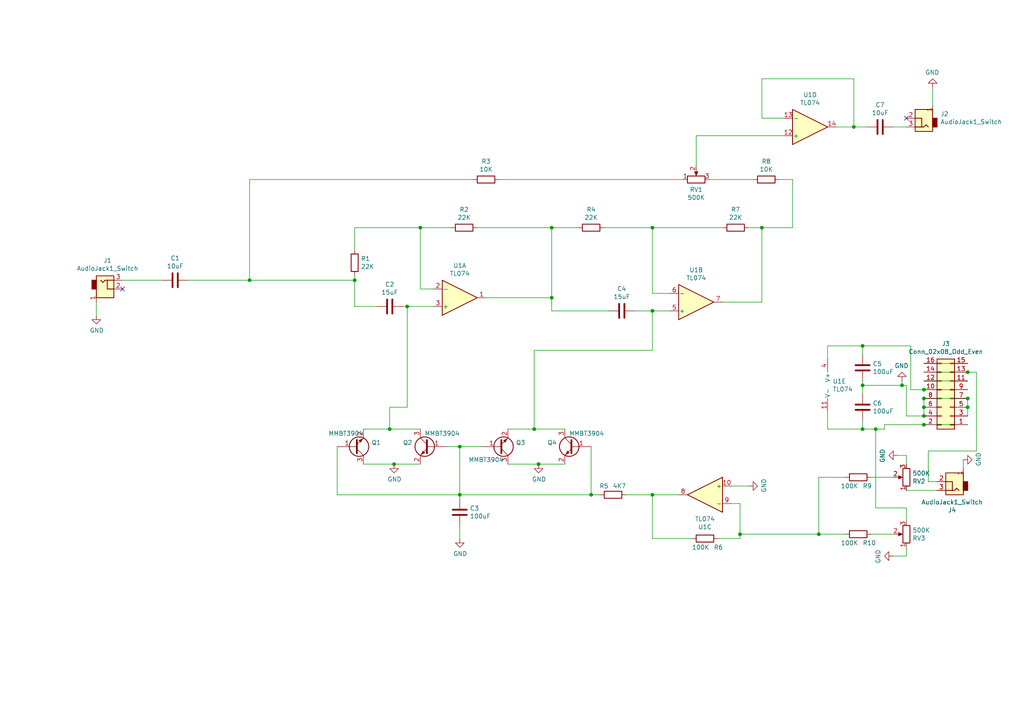
<source format=kicad_sch>
(kicad_sch (version 20250114) (generator "eeschema") (generator_version "9.0")
  (paper "A4")
  (lib_symbols
    (symbol "Amplifier_Operational:TL074" (pin_names (offset 0.127))
      (property "Reference" "U" (at 0 5.08 0))
      (property "Value" "TL074" (at 0 -5.08 0))
      (symbol "TL074_1_1"
        (polyline (pts (xy -5.08 5.08) (xy 5.08 0) (xy -5.08 -5.08) (xy -5.08 5.08)) (stroke (width 0.254)) (fill (type background)))
        (pin input line (at -7.62 2.54 0) (length 2.54) (name "+") (number "3"))
        (pin input line (at -7.62 -2.54 0) (length 2.54) (name "-") (number "2"))
        (pin output line (at 7.62 0 180) (length 2.54) (name "~") (number "1"))
      )
      (symbol "TL074_2_1"
        (polyline (pts (xy -5.08 5.08) (xy 5.08 0) (xy -5.08 -5.08) (xy -5.08 5.08)) (stroke (width 0.254)) (fill (type background)))
        (pin input line (at -7.62 2.54 0) (length 2.54) (name "+") (number "5"))
        (pin input line (at -7.62 -2.54 0) (length 2.54) (name "-") (number "6"))
        (pin output line (at 7.62 0 180) (length 2.54) (name "~") (number "7"))
      )
      (symbol "TL074_3_1"
        (polyline (pts (xy -5.08 5.08) (xy 5.08 0) (xy -5.08 -5.08) (xy -5.08 5.08)) (stroke (width 0.254)) (fill (type background)))
        (pin input line (at -7.62 2.54 0) (length 2.54) (name "+") (number "10"))
        (pin input line (at -7.62 -2.54 0) (length 2.54) (name "-") (number "9"))
        (pin output line (at 7.62 0 180) (length 2.54) (name "~") (number "8"))
      )
      (symbol "TL074_4_1"
        (polyline (pts (xy -5.08 5.08) (xy 5.08 0) (xy -5.08 -5.08) (xy -5.08 5.08)) (stroke (width 0.254)) (fill (type background)))
        (pin input line (at -7.62 2.54 0) (length 2.54) (name "+") (number "12"))
        (pin input line (at -7.62 -2.54 0) (length 2.54) (name "-") (number "13"))
        (pin output line (at 7.62 0 180) (length 2.54) (name "~") (number "14"))
      )
      (symbol "TL074_5_1"
        (pin power_in line (at -2.54 7.62 270) (length 3.81) (name "V+") (number "4"))
        (pin power_in line (at -2.54 -7.62 90) (length 3.81) (name "V-") (number "11"))
      )
    )
    (symbol "Connector_Generic:Conn_02x08_Odd_Even" (pin_names (offset 1.016) (hide yes))
      (property "Reference" "J" (at 1.27 10.16 0))
      (property "Value" "Conn_02x08_Odd_Even" (at 1.27 -12.7 0))
      (symbol "Conn_02x08_Odd_Even_1_1"
        (rectangle (start -1.27 8.89) (end 3.81 -11.43) (stroke (width 0.254)) (fill (type background)))
        (rectangle (start -1.27 7.747) (end 0 7.493) (stroke (width 0.1524)))
        (rectangle (start -1.27 5.207) (end 0 4.953) (stroke (width 0.1524)))
        (rectangle (start -1.27 2.667) (end 0 2.413) (stroke (width 0.1524)))
        (rectangle (start -1.27 0.127) (end 0 -0.127) (stroke (width 0.1524)))
        (rectangle (start -1.27 -2.413) (end 0 -2.667) (stroke (width 0.1524)))
        (rectangle (start -1.27 -4.953) (end 0 -5.207) (stroke (width 0.1524)))
        (rectangle (start -1.27 -7.493) (end 0 -7.747) (stroke (width 0.1524)))
        (rectangle (start -1.27 -10.033) (end 0 -10.287) (stroke (width 0.1524)))
        (rectangle (start 3.81 7.747) (end 2.54 7.493) (stroke (width 0.1524)))
        (rectangle (start 3.81 5.207) (end 2.54 4.953) (stroke (width 0.1524)))
        (rectangle (start 3.81 2.667) (end 2.54 2.413) (stroke (width 0.1524)))
        (rectangle (start 3.81 0.127) (end 2.54 -0.127) (stroke (width 0.1524)))
        (rectangle (start 3.81 -2.413) (end 2.54 -2.667) (stroke (width 0.1524)))
        (rectangle (start 3.81 -4.953) (end 2.54 -5.207) (stroke (width 0.1524)))
        (rectangle (start 3.81 -7.493) (end 2.54 -7.747) (stroke (width 0.1524)))
        (rectangle (start 3.81 -10.033) (end 2.54 -10.287) (stroke (width 0.1524)))
        (pin passive line (at -5.08 7.62 0) (length 3.81) (name "Pin_1") (number "1"))
        (pin passive line (at -5.08 5.08 0) (length 3.81) (name "Pin_3") (number "3"))
        (pin passive line (at -5.08 2.54 0) (length 3.81) (name "Pin_5") (number "5"))
        (pin passive line (at -5.08 0 0) (length 3.81) (name "Pin_7") (number "7"))
        (pin passive line (at -5.08 -2.54 0) (length 3.81) (name "Pin_9") (number "9"))
        (pin passive line (at -5.08 -5.08 0) (length 3.81) (name "Pin_11") (number "11"))
        (pin passive line (at -5.08 -7.62 0) (length 3.81) (name "Pin_13") (number "13"))
        (pin passive line (at -5.08 -10.16 0) (length 3.81) (name "Pin_15") (number "15"))
        (pin passive line (at 7.62 7.62 180) (length 3.81) (name "Pin_2") (number "2"))
        (pin passive line (at 7.62 5.08 180) (length 3.81) (name "Pin_4") (number "4"))
        (pin passive line (at 7.62 2.54 180) (length 3.81) (name "Pin_6") (number "6"))
        (pin passive line (at 7.62 0 180) (length 3.81) (name "Pin_8") (number "8"))
        (pin passive line (at 7.62 -2.54 180) (length 3.81) (name "Pin_10") (number "10"))
        (pin passive line (at 7.62 -5.08 180) (length 3.81) (name "Pin_12") (number "12"))
        (pin passive line (at 7.62 -7.62 180) (length 3.81) (name "Pin_14") (number "14"))
        (pin passive line (at 7.62 -10.16 180) (length 3.81) (name "Pin_16") (number "16"))
      )
    )
    (symbol "Custom_Lib:AudioJack1_Switch"
      (property "Reference" "J" (at 0 8.89 0))
      (property "Value" "Custom_Lib_AudioJack1_Switch" (at 0 6.35 0))
      (symbol "AudioJack1_Switch_0_1"
        (rectangle (start -2.54 0) (end -3.81 2.54) (stroke (width 0.254)) (fill (type outline)))
        (polyline (pts (xy -1.27 2.54) (xy -0.635 1.905) (xy 0 2.54) (xy 2.54 2.54)) (stroke (width 0.254)))
        (polyline (pts (xy 0.635 2.54) (xy 0.635 0) (xy 2.54 0)) (stroke (width 0.254)))
        (rectangle (start 2.54 3.81) (end -2.54 -2.54) (stroke (width 0.254)) (fill (type background)))
      )
      (symbol "AudioJack1_Switch_1_1"
        (pin passive line (at -2.54 -3.81 90) (length 2.54) (name "~") (number "1"))
        (pin passive line (at 5.08 2.54 180) (length 2.54) (name "~") (number "3"))
        (pin passive line (at 5.08 0 180) (length 2.54) (name "~") (number "2"))
      )
    )
    (symbol "Device:C" (pin_numbers (hide yes)) (pin_names (offset 0.254))
      (property "Reference" "C" (at 0.635 2.54 0))
      (property "Value" "C" (at 0.635 -2.54 0))
      (symbol "C_0_1"
        (polyline (pts (xy -2.032 0.762) (xy 2.032 0.762)) (stroke (width 0.508)))
        (polyline (pts (xy -2.032 -0.762) (xy 2.032 -0.762)) (stroke (width 0.508)))
      )
      (symbol "C_1_1"
        (pin passive line (at 0 3.81 270) (length 2.794) (name "~") (number "1"))
        (pin passive line (at 0 -3.81 90) (length 2.794) (name "~") (number "2"))
      )
    )
    (symbol "Device:R" (pin_numbers (hide yes)) (pin_names (offset 0))
      (property "Reference" "R" (at 2.032 0 90))
      (property "Value" "R" (at 0 0 90))
      (symbol "R_0_1"
        (rectangle (start -1.016 -2.54) (end 1.016 2.54) (stroke (width 0.254)))
      )
      (symbol "R_1_1"
        (pin passive line (at 0 3.81 270) (length 1.27) (name "~") (number "1"))
        (pin passive line (at 0 -3.81 90) (length 1.27) (name "~") (number "2"))
      )
    )
    (symbol "Device:R_POT" (pin_names (offset 1.016) (hide yes))
      (property "Reference" "RV" (at -4.445 0 90))
      (property "Value" "Device_R_POT" (at -2.54 0 90))
      (symbol "R_POT_0_1"
        (rectangle (start 1.016 2.54) (end -1.016 -2.54) (stroke (width 0.254)))
        (polyline (pts (xy 1.143 0) (xy 2.286 0.508) (xy 2.286 -0.508) (xy 1.143 0)) (fill (type outline)))
        (polyline (pts (xy 2.54 0) (xy 1.524 0)))
      )
      (symbol "R_POT_1_1"
        (pin passive line (at 0 3.81 270) (length 1.27) (name "1") (number "1"))
        (pin passive line (at 0 -3.81 90) (length 1.27) (name "3") (number "3"))
        (pin passive line (at 3.81 0 180) (length 1.27) (name "2") (number "2"))
      )
    )
    (symbol "Transistor_BJT:MMBT3904" (pin_names (offset 0) (hide yes))
      (property "Reference" "Q" (at 5.08 1.905 0))
      (property "Value" "MMBT3904" (at 5.08 0 0))
      (symbol "MMBT3904_0_1"
        (polyline (pts (xy 0.635 1.905) (xy 0.635 -1.905) (xy 0.635 -1.905)) (stroke (width 0.508)))
        (polyline (pts (xy 0.635 0.635) (xy 2.54 2.54)))
        (polyline (pts (xy 0.635 -0.635) (xy 2.54 -2.54) (xy 2.54 -2.54)))
        (circle (center 1.27 0) (radius 2.8194) (stroke (width 0.254)))
        (polyline (pts (xy 1.27 -1.778) (xy 1.778 -1.27) (xy 2.286 -2.286) (xy 1.27 -1.778) (xy 1.27 -1.778)) (fill (type outline)))
      )
      (symbol "MMBT3904_1_1"
        (pin input line (at -5.08 0 0) (length 5.715) (name "B") (number "1"))
        (pin passive line (at 2.54 5.08 270) (length 2.54) (name "C") (number "3"))
        (pin passive line (at 2.54 -5.08 90) (length 2.54) (name "E") (number "2"))
      )
    )
    (symbol "power:GND" (power) (pin_names (offset 0))
      (property "Value" "GND" (at 0 -3.81 0))
      (symbol "GND_0_1"
        (polyline (pts (xy 0 0) (xy 0 -1.27) (xy 1.27 -1.27) (xy 0 -2.54) (xy -1.27 -1.27) (xy 0 -1.27)))
      )
      (symbol "GND_1_1"
        (pin power_in line (at 0 0 270) (length 0) (hide yes) (name "GND") (number "1"))
      )
    )
  )
  (junction (at 250.19 124.46))
  (junction (at 237.49 154.94))
  (junction (at 189.23 66.04))
  (junction (at 250.19 100.33))
  (junction (at 247.65 36.83))
  (junction (at 250.19 111.76))
  (junction (at 214.63 154.94))
  (junction (at 280.67 118.11))
  (junction (at 267.97 118.11))
  (junction (at 72.39 81.28))
  (junction (at 114.3 134.62))
  (junction (at 133.35 143.51))
  (junction (at 280.67 107.95))
  (junction (at 160.02 86.36))
  (junction (at 133.35 129.54))
  (junction (at 154.94 124.46))
  (junction (at 267.97 113.03))
  (junction (at 102.87 81.28))
  (junction (at 267.97 120.65))
  (junction (at 254 124.46))
  (junction (at 189.23 90.17))
  (junction (at 118.11 88.9))
  (junction (at 267.97 123.19))
  (junction (at 189.23 143.51))
  (junction (at 156.21 134.62))
  (junction (at 267.97 115.57))
  (junction (at 160.02 66.04))
  (junction (at 171.45 143.51))
  (junction (at 220.98 66.04))
  (junction (at 280.67 115.57))
  (junction (at 121.92 66.04))
  (junction (at 113.03 124.46))
  (junction (at 261.62 111.76))
  (no_connect (at 35.56 83.82))
  (no_connect (at 262.89 34.29))
  (wire (pts (xy 262.89 132.08) (xy 260.35 132.08)))
  (wire (pts (xy 140.97 86.36) (xy 160.02 86.36)))
  (wire (pts (xy 200.66 156.21) (xy 189.23 156.21)))
  (wire (pts (xy 214.63 154.94) (xy 214.63 156.21)))
  (wire (pts (xy 72.39 81.28) (xy 102.87 81.28)))
  (wire (pts (xy 256.54 123.19) (xy 256.54 124.46)))
  (wire (pts (xy 267.97 120.65) (xy 262.89 120.65)))
  (wire (pts (xy 121.92 66.04) (xy 121.92 83.82)))
  (wire (pts (xy 267.97 118.11) (xy 267.97 115.57)))
  (wire (pts (xy 280.67 115.57) (xy 280.67 118.11)))
  (wire (pts (xy 250.19 111.76) (xy 250.19 114.3)))
  (wire (pts (xy 280.67 113.03) (xy 267.97 113.03)))
  (wire (pts (xy 267.97 113.03) (xy 264.16 113.03)))
  (wire (pts (xy 262.89 147.32) (xy 254 147.32)))
  (wire (pts (xy 218.44 52.07) (xy 205.74 52.07)))
  (wire (pts (xy 105.41 124.46) (xy 113.03 124.46)))
  (wire (pts (xy 201.93 39.37) (xy 227.33 39.37)))
  (wire (pts (xy 280.67 118.11) (xy 280.67 120.65)))
  (wire (pts (xy 220.98 66.04) (xy 217.17 66.04)))
  (wire (pts (xy 27.94 87.63) (xy 27.94 91.44)))
  (wire (pts (xy 269.24 139.7) (xy 271.78 139.7)))
  (wire (pts (xy 240.03 104.14) (xy 240.03 100.33)))
  (wire (pts (xy 113.03 118.11) (xy 113.03 124.46)))
  (wire (pts (xy 133.35 143.51) (xy 133.35 129.54)))
  (wire (pts (xy 237.49 138.43) (xy 237.49 154.94)))
  (wire (pts (xy 102.87 81.28) (xy 102.87 88.9)))
  (wire (pts (xy 280.67 115.57) (xy 267.97 115.57)))
  (wire (pts (xy 229.87 66.04) (xy 220.98 66.04)))
  (wire (pts (xy 250.19 111.76) (xy 261.62 111.76)))
  (wire (pts (xy 160.02 90.17) (xy 176.53 90.17)))
  (wire (pts (xy 154.94 101.6) (xy 189.23 101.6)))
  (wire (pts (xy 133.35 143.51) (xy 133.35 144.78)))
  (wire (pts (xy 250.19 100.33) (xy 264.16 100.33)))
  (wire (pts (xy 189.23 143.51) (xy 181.61 143.51)))
  (wire (pts (xy 251.46 36.83) (xy 247.65 36.83)))
  (wire (pts (xy 189.23 66.04) (xy 209.55 66.04)))
  (wire (pts (xy 280.67 123.19) (xy 267.97 123.19)))
  (wire (pts (xy 102.87 72.39) (xy 102.87 66.04)))
  (wire (pts (xy 245.11 138.43) (xy 237.49 138.43)))
  (wire (pts (xy 283.21 107.95) (xy 283.21 130.81)))
  (wire (pts (xy 240.03 124.46) (xy 250.19 124.46)))
  (wire (pts (xy 113.03 124.46) (xy 121.92 124.46)))
  (wire (pts (xy 220.98 87.63) (xy 220.98 66.04)))
  (wire (pts (xy 184.15 90.17) (xy 189.23 90.17)))
  (wire (pts (xy 147.32 134.62) (xy 156.21 134.62)))
  (wire (pts (xy 171.45 143.51) (xy 133.35 143.51)))
  (wire (pts (xy 240.03 119.38) (xy 240.03 124.46)))
  (wire (pts (xy 280.67 107.95) (xy 283.21 107.95)))
  (wire (pts (xy 262.89 158.75) (xy 262.89 161.29)))
  (wire (pts (xy 250.19 124.46) (xy 250.19 121.92)))
  (wire (pts (xy 267.97 105.41) (xy 280.67 105.41)))
  (wire (pts (xy 259.08 36.83) (xy 262.89 36.83)))
  (wire (pts (xy 114.3 134.62) (xy 121.92 134.62)))
  (wire (pts (xy 156.21 134.62) (xy 163.83 134.62)))
  (wire (pts (xy 154.94 124.46) (xy 163.83 124.46)))
  (wire (pts (xy 250.19 100.33) (xy 250.19 102.87)))
  (wire (pts (xy 254 124.46) (xy 250.19 124.46)))
  (wire (pts (xy 118.11 118.11) (xy 113.03 118.11)))
  (wire (pts (xy 138.43 66.04) (xy 160.02 66.04)))
  (wire (pts (xy 121.92 83.82) (xy 125.73 83.82)))
  (wire (pts (xy 256.54 124.46) (xy 254 124.46)))
  (wire (pts (xy 189.23 101.6) (xy 189.23 90.17)))
  (wire (pts (xy 212.09 146.05) (xy 214.63 146.05)))
  (wire (pts (xy 209.55 87.63) (xy 220.98 87.63)))
  (wire (pts (xy 267.97 120.65) (xy 267.97 118.11)))
  (wire (pts (xy 267.97 123.19) (xy 256.54 123.19)))
  (wire (pts (xy 261.62 111.76) (xy 262.89 111.76)))
  (wire (pts (xy 212.09 140.97) (xy 217.17 140.97)))
  (wire (pts (xy 262.89 161.29) (xy 259.08 161.29)))
  (wire (pts (xy 173.99 143.51) (xy 171.45 143.51)))
  (wire (pts (xy 133.35 129.54) (xy 139.7 129.54)))
  (wire (pts (xy 264.16 113.03) (xy 264.16 100.33)))
  (wire (pts (xy 196.85 143.51) (xy 189.23 143.51)))
  (wire (pts (xy 280.67 110.49) (xy 267.97 110.49)))
  (wire (pts (xy 147.32 124.46) (xy 154.94 124.46)))
  (wire (pts (xy 105.41 134.62) (xy 114.3 134.62)))
  (wire (pts (xy 262.89 120.65) (xy 262.89 111.76)))
  (wire (pts (xy 171.45 129.54) (xy 171.45 143.51)))
  (wire (pts (xy 121.92 66.04) (xy 130.81 66.04)))
  (wire (pts (xy 247.65 36.83) (xy 242.57 36.83)))
  (wire (pts (xy 259.08 138.43) (xy 252.73 138.43)))
  (wire (pts (xy 259.08 154.94) (xy 252.73 154.94)))
  (wire (pts (xy 189.23 156.21) (xy 189.23 143.51)))
  (wire (pts (xy 97.79 129.54) (xy 97.79 143.51)))
  (wire (pts (xy 137.16 52.07) (xy 72.39 52.07)))
  (wire (pts (xy 267.97 107.95) (xy 280.67 107.95)))
  (wire (pts (xy 118.11 88.9) (xy 118.11 118.11)))
  (wire (pts (xy 214.63 146.05) (xy 214.63 154.94)))
  (wire (pts (xy 160.02 86.36) (xy 160.02 66.04)))
  (wire (pts (xy 154.94 101.6) (xy 154.94 124.46)))
  (wire (pts (xy 247.65 22.86) (xy 247.65 36.83)))
  (wire (pts (xy 198.12 52.07) (xy 144.78 52.07)))
  (wire (pts (xy 116.84 88.9) (xy 118.11 88.9)))
  (wire (pts (xy 270.51 30.48) (xy 270.51 25.4)))
  (wire (pts (xy 250.19 110.49) (xy 250.19 111.76)))
  (wire (pts (xy 279.4 135.89) (xy 279.4 133.35)))
  (wire (pts (xy 269.24 130.81) (xy 269.24 139.7)))
  (wire (pts (xy 102.87 88.9) (xy 109.22 88.9)))
  (wire (pts (xy 283.21 130.81) (xy 269.24 130.81)))
  (wire (pts (xy 175.26 66.04) (xy 189.23 66.04)))
  (wire (pts (xy 237.49 154.94) (xy 214.63 154.94)))
  (wire (pts (xy 194.31 85.09) (xy 189.23 85.09)))
  (wire (pts (xy 220.98 22.86) (xy 247.65 22.86)))
  (wire (pts (xy 226.06 52.07) (xy 229.87 52.07)))
  (wire (pts (xy 102.87 66.04) (xy 121.92 66.04)))
  (wire (pts (xy 245.11 154.94) (xy 237.49 154.94)))
  (wire (pts (xy 97.79 143.51) (xy 133.35 143.51)))
  (wire (pts (xy 201.93 48.26) (xy 201.93 39.37)))
  (wire (pts (xy 118.11 88.9) (xy 125.73 88.9)))
  (wire (pts (xy 262.89 134.62) (xy 262.89 132.08)))
  (wire (pts (xy 160.02 86.36) (xy 160.02 90.17)))
  (wire (pts (xy 261.62 110.49) (xy 261.62 111.76)))
  (wire (pts (xy 240.03 100.33) (xy 250.19 100.33)))
  (wire (pts (xy 160.02 66.04) (xy 167.64 66.04)))
  (wire (pts (xy 72.39 52.07) (xy 72.39 81.28)))
  (wire (pts (xy 129.54 129.54) (xy 133.35 129.54)))
  (wire (pts (xy 227.33 34.29) (xy 220.98 34.29)))
  (wire (pts (xy 229.87 52.07) (xy 229.87 66.04)))
  (wire (pts (xy 133.35 152.4) (xy 133.35 156.21)))
  (wire (pts (xy 54.61 81.28) (xy 72.39 81.28)))
  (wire (pts (xy 214.63 156.21) (xy 208.28 156.21)))
  (wire (pts (xy 35.56 81.28) (xy 46.99 81.28)))
  (wire (pts (xy 271.78 142.24) (xy 262.89 142.24)))
  (wire (pts (xy 189.23 85.09) (xy 189.23 66.04)))
  (wire (pts (xy 254 147.32) (xy 254 124.46)))
  (wire (pts (xy 189.23 90.17) (xy 194.31 90.17)))
  (wire (pts (xy 262.89 151.13) (xy 262.89 147.32)))
  (wire (pts (xy 102.87 81.28) (xy 102.87 80.01)))
  (wire (pts (xy 220.98 34.29) (xy 220.98 22.86)))
  (symbol (lib_id "Amplifier_Operational:TL074") (at 133.35 86.36 0) (mirror x) (unit 1)
    (property "Reference" "U1" (at 133.35 77.0382 0))
    (property "Value" "TL074" (at 133.35 79.3496 0))
    (property "Footprint" "SMD_Packages:SOIC-14_N" (effects (hide yes)))
    (property "Datasheet" "http://www.ti.com/lit/ds/symlink/tl071.pdf" (effects (hide yes)))
  )
  (symbol (lib_id "Amplifier_Operational:TL074") (at 201.93 87.63 0) (mirror x) (unit 2)
    (property "Reference" "U1" (at 201.93 78.3082 0))
    (property "Value" "TL074" (at 201.93 80.6196 0))
    (property "Footprint" "SMD_Packages:SOIC-14_N" (effects (hide yes)))
    (property "Datasheet" "http://www.ti.com/lit/ds/symlink/tl071.pdf" (effects (hide yes)))
  )
  (symbol (lib_id "Amplifier_Operational:TL074") (at 204.47 143.51 0) (mirror y) (unit 3)
    (property "Reference" "U1" (at 204.47 152.8318 0))
    (property "Value" "TL074" (at 204.47 150.5204 0))
    (property "Footprint" "SMD_Packages:SOIC-14_N" (effects (hide yes)))
    (property "Datasheet" "http://www.ti.com/lit/ds/symlink/tl071.pdf" (effects (hide yes)))
  )
  (symbol (lib_id "Amplifier_Operational:TL074") (at 234.95 36.83 0) (mirror x) (unit 4)
    (property "Reference" "U1" (at 234.95 27.5082 0))
    (property "Value" "TL074" (at 234.95 29.8196 0))
    (property "Footprint" "SMD_Packages:SOIC-14_N" (effects (hide yes)))
    (property "Datasheet" "http://www.ti.com/lit/ds/symlink/tl071.pdf" (effects (hide yes)))
  )
  (symbol (lib_id "Amplifier_Operational:TL074") (at 242.57 111.76 0) (unit 5)
    (property "Reference" "U1" (at 241.5032 110.5916 0) (effects (justify left)))
    (property "Value" "TL074" (at 241.5032 112.903 0) (effects (justify left)))
    (property "Footprint" "SMD_Packages:SOIC-14_N" (effects (hide yes)))
    (property "Datasheet" "http://www.ti.com/lit/ds/symlink/tl071.pdf" (effects (hide yes)))
  )
  (symbol (lib_id "Device:R_POT") (at 262.89 154.94 180) (unit 1)
    (property "Reference" "RV3" (at 264.6426 156.1084 0) (effects (justify right)))
    (property "Value" "500K" (at 264.6426 153.797 0) (effects (justify right)))
    (property "Footprint" "Potentiometers:Potentiometer_Bourns_PTV09A-2_Vertical" (effects (hide yes)))
  )
  (symbol (lib_id "Device:R_POT") (at 262.89 138.43 180) (unit 1)
    (property "Reference" "RV2" (at 264.6426 139.5984 0) (effects (justify right)))
    (property "Value" "500K" (at 264.6426 137.287 0) (effects (justify right)))
    (property "Footprint" "Potentiometers:Potentiometer_Bourns_PTV09A-2_Vertical" (effects (hide yes)))
  )
  (symbol (lib_id "Device:R_POT") (at 201.93 52.07 90) (unit 1)
    (property "Reference" "RV1" (at 201.93 54.991 90))
    (property "Value" "500K" (at 201.93 57.3024 90))
    (property "Footprint" "Potentiometers:Potentiometer_Bourns_PTV09A-2_Vertical" (effects (hide yes)))
  )
  (symbol (lib_id "Device:R") (at 134.62 66.04 270) (unit 1)
    (property "Reference" "R2" (at 134.62 60.7822 90))
    (property "Value" "22K" (at 134.62 63.0936 90))
    (property "Footprint" "Resistors_SMD:R_1210_HandSoldering" (effects (hide yes)))
  )
  (symbol (lib_id "Device:R") (at 171.45 66.04 270) (unit 1)
    (property "Reference" "R4" (at 171.45 60.7822 90))
    (property "Value" "22K" (at 171.45 63.0936 90))
    (property "Footprint" "Resistors_SMD:R_1210_HandSoldering" (effects (hide yes)))
  )
  (symbol (lib_id "Device:R") (at 177.8 143.51 90) (unit 1)
    (property "Reference" "R5" (at 176.53 140.97 90) (effects (justify left)))
    (property "Value" "4K7" (at 181.61 140.97 90) (effects (justify left)))
    (property "Footprint" "Resistors_SMD:R_1210_HandSoldering" (effects (hide yes)))
  )
  (symbol (lib_id "Device:R") (at 248.92 154.94 270) (unit 1)
    (property "Reference" "R10" (at 250.19 157.48 90) (effects (justify left)))
    (property "Value" "100K" (at 243.84 157.48 90) (effects (justify left)))
    (property "Footprint" "Resistors_SMD:R_1210_HandSoldering" (effects (hide yes)))
  )
  (symbol (lib_id "Device:R") (at 248.92 138.43 270) (unit 1)
    (property "Reference" "R9" (at 250.19 140.97 90) (effects (justify left)))
    (property "Value" "100K" (at 243.84 140.97 90) (effects (justify left)))
    (property "Footprint" "Resistors_SMD:R_1210_HandSoldering" (effects (hide yes)))
  )
  (symbol (lib_id "Device:R") (at 204.47 156.21 270) (unit 1)
    (property "Reference" "R6" (at 207.01 158.75 90) (effects (justify left)))
    (property "Value" "100K" (at 200.66 158.75 90) (effects (justify left)))
    (property "Footprint" "Resistors_SMD:R_1210_HandSoldering" (effects (hide yes)))
  )
  (symbol (lib_id "Device:R") (at 102.87 76.2 0) (unit 1)
    (property "Reference" "R1" (at 104.648 75.0316 0) (effects (justify left)))
    (property "Value" "22K" (at 104.648 77.343 0) (effects (justify left)))
    (property "Footprint" "Resistors_SMD:R_1210_HandSoldering" (effects (hide yes)))
  )
  (symbol (lib_id "Device:R") (at 213.36 66.04 270) (unit 1)
    (property "Reference" "R7" (at 213.36 60.7822 90))
    (property "Value" "22K" (at 213.36 63.0936 90))
    (property "Footprint" "Resistors_SMD:R_1210_HandSoldering" (effects (hide yes)))
  )
  (symbol (lib_id "Device:R") (at 140.97 52.07 270) (unit 1)
    (property "Reference" "R3" (at 140.97 46.8122 90))
    (property "Value" "10K" (at 140.97 49.1236 90))
    (property "Footprint" "Resistors_SMD:R_1210_HandSoldering" (effects (hide yes)))
  )
  (symbol (lib_id "Device:R") (at 222.25 52.07 270) (unit 1)
    (property "Reference" "R8" (at 222.25 46.8122 90))
    (property "Value" "10K" (at 222.25 49.1236 90))
    (property "Footprint" "Resistors_SMD:R_1210_HandSoldering" (effects (hide yes)))
  )
  (symbol (lib_id "Device:C") (at 50.8 81.28 270) (unit 1)
    (property "Reference" "C1" (at 50.8 74.8792 90))
    (property "Value" "10uF" (at 50.8 77.1906 90))
    (property "Footprint" "Capacitors_SMD:C_1210_HandSoldering" (effects (hide yes)))
  )
  (symbol (lib_id "Device:C") (at 180.34 90.17 270) (unit 1)
    (property "Reference" "C4" (at 180.34 83.7692 90))
    (property "Value" "15uF" (at 180.34 86.0806 90))
    (property "Footprint" "Capacitors_SMD:C_1210_HandSoldering" (effects (hide yes)))
  )
  (symbol (lib_id "Device:C") (at 113.03 88.9 270) (unit 1)
    (property "Reference" "C2" (at 113.03 82.4992 90))
    (property "Value" "15uF" (at 113.03 84.8106 90))
    (property "Footprint" "Capacitors_SMD:C_1210_HandSoldering" (effects (hide yes)))
  )
  (symbol (lib_id "Device:C") (at 133.35 148.59 0) (unit 1)
    (property "Reference" "C3" (at 136.271 147.4216 0) (effects (justify left)))
    (property "Value" "100uF" (at 136.271 149.733 0) (effects (justify left)))
    (property "Footprint" "Capacitors_SMD:C_1210_HandSoldering" (effects (hide yes)))
  )
  (symbol (lib_id "Device:C") (at 255.27 36.83 270) (unit 1)
    (property "Reference" "C7" (at 255.27 30.4292 90))
    (property "Value" "10uF" (at 255.27 32.7406 90))
    (property "Footprint" "Capacitors_SMD:C_1210_HandSoldering" (effects (hide yes)))
  )
  (symbol (lib_id "Custom_Lib:AudioJack1_Switch") (at 30.48 83.82 0) (unit 1)
    (property "Reference" "J1" (at 31.1912 75.565 0))
    (property "Value" "AudioJack1_Switch" (at 31.1912 77.8764 0))
    (property "Footprint" "Custom_Library:Mono_Jack_3.5mm_Switch_Switchcraft_35RAPC2AH3" (effects (hide yes)))
  )
  (symbol (lib_id "Custom_Lib:AudioJack1_Switch") (at 276.86 139.7 180) (unit 1)
    (property "Reference" "J4" (at 276.1488 147.955 0))
    (property "Value" "AudioJack1_Switch" (at 276.1488 145.6436 0))
    (property "Footprint" "Custom_Library:Mono_Jack_3.5mm_Switch_Switchcraft_35RAPC2AH3" (effects (hide yes)))
  )
  (symbol (lib_id "Custom_Lib:AudioJack1_Switch") (at 267.97 34.29 180) (unit 1)
    (property "Reference" "J2" (at 272.7452 33.0454 0) (effects (justify right)))
    (property "Value" "AudioJack1_Switch" (at 272.7452 35.3568 0) (effects (justify right)))
    (property "Footprint" "Custom_Library:Mono_Jack_3.5mm_Switch_Switchcraft_35RAPC2AH3" (effects (hide yes)))
  )
  (symbol (lib_id "Transistor_BJT:MMBT3904") (at 102.87 129.54 0) (mirror x) (unit 1)
    (property "Reference" "Q1" (at 107.7214 128.3716 0) (effects (justify left)))
    (property "Value" "MMBT3904" (at 95.25 125.73 0) (effects (justify left)))
    (property "Footprint" "TO_SOT_Packages_SMD:SOT-23" (effects (hide yes)))
    (property "Datasheet" "https://www.fairchildsemi.com/datasheets/2N/2N3904.pdf" (effects (hide yes)))
  )
  (symbol (lib_id "Transistor_BJT:MMBT3904") (at 124.46 129.54 0) (mirror y) (unit 1)
    (property "Reference" "Q2" (at 119.6086 128.3716 0) (effects (justify left)))
    (property "Value" "MMBT3904" (at 133.35 125.73 0) (effects (justify left)))
    (property "Footprint" "TO_SOT_Packages_SMD:SOT-23" (effects (hide yes)))
    (property "Datasheet" "https://www.fairchildsemi.com/datasheets/2N/2N3904.pdf" (effects (hide yes)))
  )
  (symbol (lib_id "Transistor_BJT:MMBT3904") (at 144.78 129.54 0) (mirror x) (unit 1)
    (property "Reference" "Q3" (at 149.6314 128.3716 0) (effects (justify left)))
    (property "Value" "MMBT3904" (at 135.89 133.35 0) (effects (justify left)))
    (property "Footprint" "TO_SOT_Packages_SMD:SOT-23" (effects (hide yes)))
    (property "Datasheet" "https://www.fairchildsemi.com/datasheets/2N/2N3904.pdf" (effects (hide yes)))
  )
  (symbol (lib_id "Transistor_BJT:MMBT3904") (at 166.37 129.54 0) (mirror y) (unit 1)
    (property "Reference" "Q4" (at 161.5186 128.3716 0) (effects (justify left)))
    (property "Value" "MMBT3904" (at 175.26 125.73 0) (effects (justify left)))
    (property "Footprint" "TO_SOT_Packages_SMD:SOT-23" (effects (hide yes)))
    (property "Datasheet" "https://www.fairchildsemi.com/datasheets/2N/2N3904.pdf" (effects (hide yes)))
  )
  (symbol (lib_id "Connector_Generic:Conn_02x08_Odd_Even") (at 275.59 115.57 180) (unit 1)
    (property "Reference" "J3" (at 274.32 99.695 0))
    (property "Value" "Conn_02x08_Odd_Even" (at 274.32 102.0064 0))
    (property "Footprint" "Pin_Headers:Pin_Header_Straight_2x08_Pitch2.54mm" (effects (hide yes)))
  )
  (symbol (lib_id "Device:C") (at 250.19 106.68 0) (unit 1)
    (property "Reference" "C5" (at 253.111 105.5116 0) (effects (justify left)))
    (property "Value" "100uF" (at 253.111 107.823 0) (effects (justify left)))
    (property "Footprint" "Capacitors_SMD:C_1210_HandSoldering" (effects (hide yes)))
  )
  (symbol (lib_id "Device:C") (at 250.19 118.11 0) (unit 1)
    (property "Reference" "C6" (at 253.111 116.9416 0) (effects (justify left)))
    (property "Value" "100uF" (at 253.111 119.253 0) (effects (justify left)))
    (property "Footprint" "Capacitors_SMD:C_1210_HandSoldering" (effects (hide yes)))
  )
  (symbol (lib_id "power:GND") (at 114.3 134.62 0) (unit 1)
    (property "Reference" "#PWR02" (effects (hide yes)))
    (property "Value" "GND" (at 114.427 139.0142 0))
  )
  (symbol (lib_id "power:GND") (at 156.21 134.62 0) (unit 1)
    (property "Reference" "#PWR04" (effects (hide yes)))
    (property "Value" "GND" (at 156.337 139.0142 0))
  )
  (symbol (lib_id "power:GND") (at 27.94 91.44 0) (unit 1)
    (property "Reference" "#PWR01" (effects (hide yes)))
    (property "Value" "GND" (at 28.067 95.8342 0))
  )
  (symbol (lib_id "power:GND") (at 270.51 25.4 180) (unit 1)
    (property "Reference" "#PWR09" (effects (hide yes)))
    (property "Value" "GND" (at 270.383 21.0058 0))
  )
  (symbol (lib_id "power:GND") (at 261.62 110.49 180) (unit 1)
    (property "Reference" "#PWR06" (effects (hide yes)))
    (property "Value" "GND" (at 261.493 106.0958 0))
  )
  (symbol (lib_id "power:GND") (at 279.4 133.35 90) (unit 1)
    (property "Reference" "#PWR010" (effects (hide yes)))
    (property "Value" "GND" (at 283.7942 133.223 0))
  )
  (symbol (lib_id "power:GND") (at 217.17 140.97 90) (unit 1)
    (property "Reference" "#PWR05" (effects (hide yes)))
    (property "Value" "GND" (at 221.5642 140.843 0))
  )
  (symbol (lib_id "power:GND") (at 133.35 156.21 0) (unit 1)
    (property "Reference" "#PWR03" (effects (hide yes)))
    (property "Value" "GND" (at 133.477 160.6042 0))
  )
  (symbol (lib_id "power:GND") (at 260.35 132.08 270) (unit 1)
    (property "Reference" "#PWR08" (effects (hide yes)))
    (property "Value" "GND" (at 255.9558 132.207 0))
  )
  (symbol (lib_id "power:GND") (at 259.08 161.29 270) (unit 1)
    (property "Reference" "#PWR07" (effects (hide yes)))
    (property "Value" "GND" (at 254.6858 161.417 0))
  )
)
</source>
